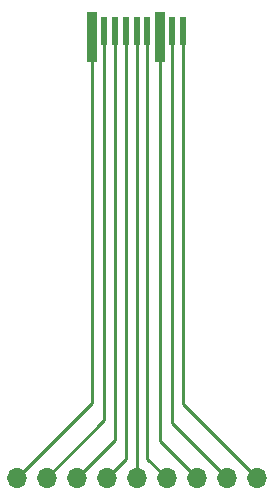
<source format=gbr>
G04 #@! TF.GenerationSoftware,KiCad,Pcbnew,(5.0.0)*
G04 #@! TF.CreationDate,2018-08-17T08:56:31+08:00*
G04 #@! TF.ProjectId,VitaMemBreakout,566974614D656D427265616B6F75742E,rev?*
G04 #@! TF.SameCoordinates,Original*
G04 #@! TF.FileFunction,Copper,L1,Top,Signal*
G04 #@! TF.FilePolarity,Positive*
%FSLAX46Y46*%
G04 Gerber Fmt 4.6, Leading zero omitted, Abs format (unit mm)*
G04 Created by KiCad (PCBNEW (5.0.0)) date 08/17/18 08:56:31*
%MOMM*%
%LPD*%
G01*
G04 APERTURE LIST*
G04 #@! TA.AperFunction,SMDPad,CuDef*
%ADD10R,0.580000X2.400000*%
G04 #@! TD*
G04 #@! TA.AperFunction,SMDPad,CuDef*
%ADD11R,0.850000X4.200000*%
G04 #@! TD*
G04 #@! TA.AperFunction,ComponentPad*
%ADD12O,1.700000X1.700000*%
G04 #@! TD*
G04 #@! TA.AperFunction,Conductor*
%ADD13C,0.250000*%
G04 #@! TD*
G04 APERTURE END LIST*
D10*
G04 #@! TO.P,,9*
G04 #@! TO.N,N/C*
X33045400Y-17348200D03*
G04 #@! TO.P,,8*
X32131000Y-17348200D03*
D11*
G04 #@! TO.P,,7*
X31089600Y-17805400D03*
D10*
G04 #@! TO.P,,6*
X30048200Y-17348200D03*
G04 #@! TO.P,,5*
X29133800Y-17348200D03*
G04 #@! TO.P,,4*
X28219400Y-17348200D03*
G04 #@! TO.P,,3*
X27305000Y-17348200D03*
G04 #@! TO.P,,2*
X26390600Y-17348200D03*
D11*
G04 #@! TO.P,,1*
X25349200Y-17805400D03*
G04 #@! TD*
D12*
G04 #@! TO.P,,1*
G04 #@! TO.N,N/C*
X39293800Y-55168800D03*
G04 #@! TO.P,,2*
X36753800Y-55168800D03*
G04 #@! TO.P,,3*
X34213800Y-55168800D03*
G04 #@! TO.P,,4*
X31673800Y-55168800D03*
G04 #@! TO.P,,5*
X29133800Y-55168800D03*
G04 #@! TO.P,,6*
X26593800Y-55168800D03*
G04 #@! TO.P,,7*
X24053800Y-55168800D03*
G04 #@! TO.P,,8*
X21513800Y-55168800D03*
G04 #@! TO.P,,9*
X18973800Y-55168800D03*
G04 #@! TD*
D13*
G04 #@! TO.N,*
X29133800Y-54719220D02*
X28735020Y-55118000D01*
X29133800Y-17348200D02*
X29133800Y-55168800D01*
X25349200Y-48793400D02*
X18973800Y-55168800D01*
X25349200Y-17805400D02*
X25349200Y-48793400D01*
X26390600Y-50292000D02*
X21513800Y-55168800D01*
X26390600Y-17348200D02*
X26390600Y-50292000D01*
X27305000Y-51917600D02*
X24053800Y-55168800D01*
X27305000Y-17348200D02*
X27305000Y-51917600D01*
X28219400Y-53543200D02*
X26593800Y-55168800D01*
X28219400Y-17348200D02*
X28219400Y-53543200D01*
X30048200Y-53543200D02*
X31673800Y-55168800D01*
X30048200Y-17348200D02*
X30048200Y-53543200D01*
X31089600Y-52044600D02*
X34213800Y-55168800D01*
X31089600Y-17805400D02*
X31089600Y-52044600D01*
X32131000Y-50546000D02*
X36753800Y-55168800D01*
X32131000Y-17348200D02*
X32131000Y-50546000D01*
X33045400Y-48920400D02*
X39293800Y-55168800D01*
X33045400Y-17348200D02*
X33045400Y-48920400D01*
G04 #@! TD*
M02*

</source>
